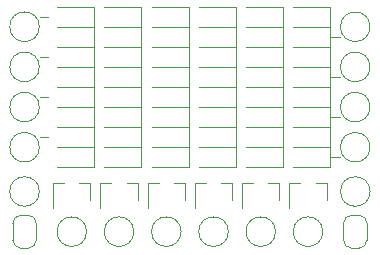
<source format=gto>
%TF.GenerationSoftware,KiCad,Pcbnew,(5.1.9)-1*%
%TF.CreationDate,2022-09-01T14:45:20+02:00*%
%TF.ProjectId,decode,6465636f-6465-42e6-9b69-6361645f7063,rev?*%
%TF.SameCoordinates,Original*%
%TF.FileFunction,Legend,Top*%
%TF.FilePolarity,Positive*%
%FSLAX46Y46*%
G04 Gerber Fmt 4.6, Leading zero omitted, Abs format (unit mm)*
G04 Created by KiCad (PCBNEW (5.1.9)-1) date 2022-09-01 14:45:20*
%MOMM*%
%LPD*%
G01*
G04 APERTURE LIST*
%ADD10C,0.120000*%
%ADD11R,1.300000X1.000000*%
%ADD12C,2.000000*%
%ADD13R,0.800000X0.900000*%
%ADD14C,0.100000*%
G04 APERTURE END LIST*
D10*
X158000000Y-64600000D02*
X157300000Y-64600000D01*
X158000000Y-61200000D02*
X157300000Y-61200000D01*
X158000000Y-57800000D02*
X157300000Y-57800000D01*
X181900000Y-66300000D02*
X182700000Y-66300000D01*
X181900000Y-62900000D02*
X182700000Y-62900000D01*
X181900000Y-59500000D02*
X182700000Y-59500000D01*
X158000000Y-54400000D02*
X157300000Y-54400000D01*
X181900000Y-56100000D02*
X182700000Y-56100000D01*
%TO.C,D57*%
X181900000Y-67150000D02*
X178750000Y-67150000D01*
X181900000Y-65450000D02*
X178750000Y-65450000D01*
X181900000Y-67150000D02*
X181900000Y-65450000D01*
%TO.C,D56*%
X181900000Y-65450000D02*
X178750000Y-65450000D01*
X181900000Y-63750000D02*
X178750000Y-63750000D01*
X181900000Y-65450000D02*
X181900000Y-63750000D01*
%TO.C,D55*%
X181900000Y-63750000D02*
X178750000Y-63750000D01*
X181900000Y-62050000D02*
X178750000Y-62050000D01*
X181900000Y-63750000D02*
X181900000Y-62050000D01*
%TO.C,D54*%
X181900000Y-62050000D02*
X178750000Y-62050000D01*
X181900000Y-60350000D02*
X178750000Y-60350000D01*
X181900000Y-62050000D02*
X181900000Y-60350000D01*
%TO.C,D53*%
X181900000Y-60350000D02*
X178750000Y-60350000D01*
X181900000Y-58650000D02*
X178750000Y-58650000D01*
X181900000Y-60350000D02*
X181900000Y-58650000D01*
%TO.C,D52*%
X181900000Y-58650000D02*
X178750000Y-58650000D01*
X181900000Y-56950000D02*
X178750000Y-56950000D01*
X181900000Y-58650000D02*
X181900000Y-56950000D01*
%TO.C,D51*%
X181900000Y-56950000D02*
X178750000Y-56950000D01*
X181900000Y-55250000D02*
X178750000Y-55250000D01*
X181900000Y-56950000D02*
X181900000Y-55250000D01*
%TO.C,D50*%
X181900000Y-55250000D02*
X178750000Y-55250000D01*
X181900000Y-53550000D02*
X178750000Y-53550000D01*
X181900000Y-55250000D02*
X181900000Y-53550000D01*
%TO.C,D47*%
X177900000Y-67150000D02*
X174750000Y-67150000D01*
X177900000Y-65450000D02*
X174750000Y-65450000D01*
X177900000Y-67150000D02*
X177900000Y-65450000D01*
%TO.C,D46*%
X177900000Y-65450000D02*
X174750000Y-65450000D01*
X177900000Y-63750000D02*
X174750000Y-63750000D01*
X177900000Y-65450000D02*
X177900000Y-63750000D01*
%TO.C,D45*%
X177900000Y-63750000D02*
X174750000Y-63750000D01*
X177900000Y-62050000D02*
X174750000Y-62050000D01*
X177900000Y-63750000D02*
X177900000Y-62050000D01*
%TO.C,D44*%
X177900000Y-62050000D02*
X174750000Y-62050000D01*
X177900000Y-60350000D02*
X174750000Y-60350000D01*
X177900000Y-62050000D02*
X177900000Y-60350000D01*
%TO.C,D43*%
X177900000Y-60350000D02*
X174750000Y-60350000D01*
X177900000Y-58650000D02*
X174750000Y-58650000D01*
X177900000Y-60350000D02*
X177900000Y-58650000D01*
%TO.C,D42*%
X177900000Y-58650000D02*
X174750000Y-58650000D01*
X177900000Y-56950000D02*
X174750000Y-56950000D01*
X177900000Y-58650000D02*
X177900000Y-56950000D01*
%TO.C,D41*%
X177900000Y-56950000D02*
X174750000Y-56950000D01*
X177900000Y-55250000D02*
X174750000Y-55250000D01*
X177900000Y-56950000D02*
X177900000Y-55250000D01*
%TO.C,D40*%
X177900000Y-55250000D02*
X174750000Y-55250000D01*
X177900000Y-53550000D02*
X174750000Y-53550000D01*
X177900000Y-55250000D02*
X177900000Y-53550000D01*
%TO.C,D37*%
X173900000Y-67150000D02*
X170750000Y-67150000D01*
X173900000Y-65450000D02*
X170750000Y-65450000D01*
X173900000Y-67150000D02*
X173900000Y-65450000D01*
%TO.C,D36*%
X173900000Y-65450000D02*
X170750000Y-65450000D01*
X173900000Y-63750000D02*
X170750000Y-63750000D01*
X173900000Y-65450000D02*
X173900000Y-63750000D01*
%TO.C,D35*%
X173900000Y-63750000D02*
X170750000Y-63750000D01*
X173900000Y-62050000D02*
X170750000Y-62050000D01*
X173900000Y-63750000D02*
X173900000Y-62050000D01*
%TO.C,D34*%
X173900000Y-62050000D02*
X170750000Y-62050000D01*
X173900000Y-60350000D02*
X170750000Y-60350000D01*
X173900000Y-62050000D02*
X173900000Y-60350000D01*
%TO.C,D33*%
X173900000Y-60350000D02*
X170750000Y-60350000D01*
X173900000Y-58650000D02*
X170750000Y-58650000D01*
X173900000Y-60350000D02*
X173900000Y-58650000D01*
%TO.C,D32*%
X173900000Y-58650000D02*
X170750000Y-58650000D01*
X173900000Y-56950000D02*
X170750000Y-56950000D01*
X173900000Y-58650000D02*
X173900000Y-56950000D01*
%TO.C,D31*%
X173900000Y-56950000D02*
X170750000Y-56950000D01*
X173900000Y-55250000D02*
X170750000Y-55250000D01*
X173900000Y-56950000D02*
X173900000Y-55250000D01*
%TO.C,D30*%
X173900000Y-55250000D02*
X170750000Y-55250000D01*
X173900000Y-53550000D02*
X170750000Y-53550000D01*
X173900000Y-55250000D02*
X173900000Y-53550000D01*
%TO.C,D27*%
X169900000Y-67150000D02*
X166750000Y-67150000D01*
X169900000Y-65450000D02*
X166750000Y-65450000D01*
X169900000Y-67150000D02*
X169900000Y-65450000D01*
%TO.C,D26*%
X169900000Y-65450000D02*
X166750000Y-65450000D01*
X169900000Y-63750000D02*
X166750000Y-63750000D01*
X169900000Y-65450000D02*
X169900000Y-63750000D01*
%TO.C,D25*%
X169900000Y-63750000D02*
X166750000Y-63750000D01*
X169900000Y-62050000D02*
X166750000Y-62050000D01*
X169900000Y-63750000D02*
X169900000Y-62050000D01*
%TO.C,D24*%
X169900000Y-62050000D02*
X166750000Y-62050000D01*
X169900000Y-60350000D02*
X166750000Y-60350000D01*
X169900000Y-62050000D02*
X169900000Y-60350000D01*
%TO.C,D23*%
X169900000Y-60350000D02*
X166750000Y-60350000D01*
X169900000Y-58650000D02*
X166750000Y-58650000D01*
X169900000Y-60350000D02*
X169900000Y-58650000D01*
%TO.C,D22*%
X169900000Y-58650000D02*
X166750000Y-58650000D01*
X169900000Y-56950000D02*
X166750000Y-56950000D01*
X169900000Y-58650000D02*
X169900000Y-56950000D01*
%TO.C,D21*%
X169900000Y-56950000D02*
X166750000Y-56950000D01*
X169900000Y-55250000D02*
X166750000Y-55250000D01*
X169900000Y-56950000D02*
X169900000Y-55250000D01*
%TO.C,D20*%
X169900000Y-55250000D02*
X166750000Y-55250000D01*
X169900000Y-53550000D02*
X166750000Y-53550000D01*
X169900000Y-55250000D02*
X169900000Y-53550000D01*
%TO.C,D17*%
X165900000Y-67150000D02*
X162750000Y-67150000D01*
X165900000Y-65450000D02*
X162750000Y-65450000D01*
X165900000Y-67150000D02*
X165900000Y-65450000D01*
%TO.C,D16*%
X165900000Y-65450000D02*
X162750000Y-65450000D01*
X165900000Y-63750000D02*
X162750000Y-63750000D01*
X165900000Y-65450000D02*
X165900000Y-63750000D01*
%TO.C,D15*%
X165900000Y-63750000D02*
X162750000Y-63750000D01*
X165900000Y-62050000D02*
X162750000Y-62050000D01*
X165900000Y-63750000D02*
X165900000Y-62050000D01*
%TO.C,D14*%
X165900000Y-62050000D02*
X162750000Y-62050000D01*
X165900000Y-60350000D02*
X162750000Y-60350000D01*
X165900000Y-62050000D02*
X165900000Y-60350000D01*
%TO.C,D13*%
X165900000Y-60350000D02*
X162750000Y-60350000D01*
X165900000Y-58650000D02*
X162750000Y-58650000D01*
X165900000Y-60350000D02*
X165900000Y-58650000D01*
%TO.C,D12*%
X165900000Y-58650000D02*
X162750000Y-58650000D01*
X165900000Y-56950000D02*
X162750000Y-56950000D01*
X165900000Y-58650000D02*
X165900000Y-56950000D01*
%TO.C,D11*%
X165900000Y-56950000D02*
X162750000Y-56950000D01*
X165900000Y-55250000D02*
X162750000Y-55250000D01*
X165900000Y-56950000D02*
X165900000Y-55250000D01*
%TO.C,D10*%
X165900000Y-55250000D02*
X162750000Y-55250000D01*
X165900000Y-53550000D02*
X162750000Y-53550000D01*
X165900000Y-55250000D02*
X165900000Y-53550000D01*
%TO.C,D7*%
X161900000Y-67150000D02*
X158750000Y-67150000D01*
X161900000Y-65450000D02*
X158750000Y-65450000D01*
X161900000Y-67150000D02*
X161900000Y-65450000D01*
%TO.C,D6*%
X161900000Y-65450000D02*
X158750000Y-65450000D01*
X161900000Y-63750000D02*
X158750000Y-63750000D01*
X161900000Y-65450000D02*
X161900000Y-63750000D01*
%TO.C,D5*%
X161900000Y-63750000D02*
X158750000Y-63750000D01*
X161900000Y-62050000D02*
X158750000Y-62050000D01*
X161900000Y-63750000D02*
X161900000Y-62050000D01*
%TO.C,D4*%
X161900000Y-62050000D02*
X158750000Y-62050000D01*
X161900000Y-60350000D02*
X158750000Y-60350000D01*
X161900000Y-62050000D02*
X161900000Y-60350000D01*
%TO.C,D3*%
X161900000Y-60350000D02*
X158750000Y-60350000D01*
X161900000Y-58650000D02*
X158750000Y-58650000D01*
X161900000Y-60350000D02*
X161900000Y-58650000D01*
%TO.C,D2*%
X161900000Y-58650000D02*
X158750000Y-58650000D01*
X161900000Y-56950000D02*
X158750000Y-56950000D01*
X161900000Y-58650000D02*
X161900000Y-56950000D01*
%TO.C,D1*%
X161900000Y-56950000D02*
X158750000Y-56950000D01*
X161900000Y-55250000D02*
X158750000Y-55250000D01*
X161900000Y-56950000D02*
X161900000Y-55250000D01*
%TO.C,D0*%
X161900000Y-55250000D02*
X158750000Y-55250000D01*
X161900000Y-53550000D02*
X158750000Y-53550000D01*
X161900000Y-55250000D02*
X161900000Y-53550000D01*
%TO.C,TP16*%
X185251000Y-69200000D02*
G75*
G03*
X185251000Y-69200000I-1251000J0D01*
G01*
%TO.C,TP14*%
X157251000Y-69200000D02*
G75*
G03*
X157251000Y-69200000I-1251000J0D01*
G01*
%TO.C,TP13*%
X181251000Y-72600000D02*
G75*
G03*
X181251000Y-72600000I-1251000J0D01*
G01*
%TO.C,TP12*%
X177251000Y-72600000D02*
G75*
G03*
X177251000Y-72600000I-1251000J0D01*
G01*
%TO.C,TP11*%
X173251000Y-72600000D02*
G75*
G03*
X173251000Y-72600000I-1251000J0D01*
G01*
%TO.C,TP10*%
X169251000Y-72600000D02*
G75*
G03*
X169251000Y-72600000I-1251000J0D01*
G01*
%TO.C,TP9*%
X165251000Y-72600000D02*
G75*
G03*
X165251000Y-72600000I-1251000J0D01*
G01*
%TO.C,TP8*%
X161251000Y-72600000D02*
G75*
G03*
X161251000Y-72600000I-1251000J0D01*
G01*
%TO.C,TP7*%
X185251000Y-65450000D02*
G75*
G03*
X185251000Y-65450000I-1251000J0D01*
G01*
%TO.C,TP6*%
X157251000Y-65450000D02*
G75*
G03*
X157251000Y-65450000I-1251000J0D01*
G01*
%TO.C,TP5*%
X185251000Y-62050000D02*
G75*
G03*
X185251000Y-62050000I-1251000J0D01*
G01*
%TO.C,TP4*%
X157251000Y-62050000D02*
G75*
G03*
X157251000Y-62050000I-1251000J0D01*
G01*
%TO.C,TP3*%
X185251000Y-58650000D02*
G75*
G03*
X185251000Y-58650000I-1251000J0D01*
G01*
%TO.C,TP2*%
X157251000Y-58650000D02*
G75*
G03*
X157251000Y-58650000I-1251000J0D01*
G01*
%TO.C,TP1*%
X185251000Y-55250000D02*
G75*
G03*
X185251000Y-55250000I-1251000J0D01*
G01*
%TO.C,TP0*%
X157251000Y-55250000D02*
G75*
G03*
X157251000Y-55250000I-1251000J0D01*
G01*
%TO.C,Q5*%
X181580000Y-68440000D02*
X180650000Y-68440000D01*
X178420000Y-68440000D02*
X179350000Y-68440000D01*
X178420000Y-68440000D02*
X178420000Y-70600000D01*
X181580000Y-68440000D02*
X181580000Y-69900000D01*
%TO.C,Q4*%
X177580000Y-68440000D02*
X176650000Y-68440000D01*
X174420000Y-68440000D02*
X175350000Y-68440000D01*
X174420000Y-68440000D02*
X174420000Y-70600000D01*
X177580000Y-68440000D02*
X177580000Y-69900000D01*
%TO.C,Q3*%
X173580000Y-68440000D02*
X172650000Y-68440000D01*
X170420000Y-68440000D02*
X171350000Y-68440000D01*
X170420000Y-68440000D02*
X170420000Y-70600000D01*
X173580000Y-68440000D02*
X173580000Y-69900000D01*
%TO.C,Q2*%
X169580000Y-68440000D02*
X168650000Y-68440000D01*
X166420000Y-68440000D02*
X167350000Y-68440000D01*
X166420000Y-68440000D02*
X166420000Y-70600000D01*
X169580000Y-68440000D02*
X169580000Y-69900000D01*
%TO.C,Q1*%
X165580000Y-68440000D02*
X164650000Y-68440000D01*
X162420000Y-68440000D02*
X163350000Y-68440000D01*
X162420000Y-68440000D02*
X162420000Y-70600000D01*
X165580000Y-68440000D02*
X165580000Y-69900000D01*
%TO.C,Q0*%
X161580000Y-68440000D02*
X160650000Y-68440000D01*
X158420000Y-68440000D02*
X159350000Y-68440000D01*
X158420000Y-68440000D02*
X158420000Y-70600000D01*
X161580000Y-68440000D02*
X161580000Y-69900000D01*
%TO.C,JP1*%
X184300000Y-71200000D02*
G75*
G02*
X185000000Y-71900000I0J-700000D01*
G01*
X183000000Y-71900000D02*
G75*
G02*
X183700000Y-71200000I700000J0D01*
G01*
X183700000Y-74000000D02*
G75*
G02*
X183000000Y-73300000I0J700000D01*
G01*
X185000000Y-73300000D02*
G75*
G02*
X184300000Y-74000000I-700000J0D01*
G01*
X183700000Y-71200000D02*
X184300000Y-71200000D01*
X183000000Y-73300000D02*
X183000000Y-71900000D01*
X184300000Y-74000000D02*
X183700000Y-74000000D01*
X185000000Y-71900000D02*
X185000000Y-73300000D01*
%TO.C,JP0*%
X155700000Y-74000000D02*
G75*
G02*
X155000000Y-73300000I0J700000D01*
G01*
X157000000Y-73300000D02*
G75*
G02*
X156300000Y-74000000I-700000J0D01*
G01*
X156300000Y-71200000D02*
G75*
G02*
X157000000Y-71900000I0J-700000D01*
G01*
X155000000Y-71900000D02*
G75*
G02*
X155700000Y-71200000I700000J0D01*
G01*
X156300000Y-74000000D02*
X155700000Y-74000000D01*
X157000000Y-71900000D02*
X157000000Y-73300000D01*
X155700000Y-71200000D02*
X156300000Y-71200000D01*
X155000000Y-73300000D02*
X155000000Y-71900000D01*
%TD*%
%LPC*%
D11*
%TO.C,D57*%
X178900000Y-66300000D03*
X181100000Y-66300000D03*
%TD*%
%TO.C,D56*%
X178900000Y-64600000D03*
X181100000Y-64600000D03*
%TD*%
%TO.C,D55*%
X178900000Y-62900000D03*
X181100000Y-62900000D03*
%TD*%
%TO.C,D54*%
X178900000Y-61200000D03*
X181100000Y-61200000D03*
%TD*%
%TO.C,D53*%
X178900000Y-59500000D03*
X181100000Y-59500000D03*
%TD*%
%TO.C,D52*%
X178900000Y-57800000D03*
X181100000Y-57800000D03*
%TD*%
%TO.C,D51*%
X178900000Y-56100000D03*
X181100000Y-56100000D03*
%TD*%
%TO.C,D50*%
X178900000Y-54400000D03*
X181100000Y-54400000D03*
%TD*%
%TO.C,D47*%
X174900000Y-66300000D03*
X177100000Y-66300000D03*
%TD*%
%TO.C,D46*%
X174900000Y-64600000D03*
X177100000Y-64600000D03*
%TD*%
%TO.C,D45*%
X174900000Y-62900000D03*
X177100000Y-62900000D03*
%TD*%
%TO.C,D44*%
X174900000Y-61200000D03*
X177100000Y-61200000D03*
%TD*%
%TO.C,D43*%
X174900000Y-59500000D03*
X177100000Y-59500000D03*
%TD*%
%TO.C,D42*%
X174900000Y-57800000D03*
X177100000Y-57800000D03*
%TD*%
%TO.C,D41*%
X174900000Y-56100000D03*
X177100000Y-56100000D03*
%TD*%
%TO.C,D40*%
X174900000Y-54400000D03*
X177100000Y-54400000D03*
%TD*%
%TO.C,D37*%
X170900000Y-66300000D03*
X173100000Y-66300000D03*
%TD*%
%TO.C,D36*%
X170900000Y-64600000D03*
X173100000Y-64600000D03*
%TD*%
%TO.C,D35*%
X170900000Y-62900000D03*
X173100000Y-62900000D03*
%TD*%
%TO.C,D34*%
X170900000Y-61200000D03*
X173100000Y-61200000D03*
%TD*%
%TO.C,D33*%
X170900000Y-59500000D03*
X173100000Y-59500000D03*
%TD*%
%TO.C,D32*%
X170900000Y-57800000D03*
X173100000Y-57800000D03*
%TD*%
%TO.C,D31*%
X170900000Y-56100000D03*
X173100000Y-56100000D03*
%TD*%
%TO.C,D30*%
X170900000Y-54400000D03*
X173100000Y-54400000D03*
%TD*%
%TO.C,D27*%
X166900000Y-66300000D03*
X169100000Y-66300000D03*
%TD*%
%TO.C,D26*%
X166900000Y-64600000D03*
X169100000Y-64600000D03*
%TD*%
%TO.C,D25*%
X166900000Y-62900000D03*
X169100000Y-62900000D03*
%TD*%
%TO.C,D24*%
X166900000Y-61200000D03*
X169100000Y-61200000D03*
%TD*%
%TO.C,D23*%
X166900000Y-59500000D03*
X169100000Y-59500000D03*
%TD*%
%TO.C,D22*%
X166900000Y-57800000D03*
X169100000Y-57800000D03*
%TD*%
%TO.C,D21*%
X166900000Y-56100000D03*
X169100000Y-56100000D03*
%TD*%
%TO.C,D20*%
X166900000Y-54400000D03*
X169100000Y-54400000D03*
%TD*%
%TO.C,D17*%
X162900000Y-66300000D03*
X165100000Y-66300000D03*
%TD*%
%TO.C,D16*%
X162900000Y-64600000D03*
X165100000Y-64600000D03*
%TD*%
%TO.C,D15*%
X162900000Y-62900000D03*
X165100000Y-62900000D03*
%TD*%
%TO.C,D14*%
X162900000Y-61200000D03*
X165100000Y-61200000D03*
%TD*%
%TO.C,D13*%
X162900000Y-59500000D03*
X165100000Y-59500000D03*
%TD*%
%TO.C,D12*%
X162900000Y-57800000D03*
X165100000Y-57800000D03*
%TD*%
%TO.C,D11*%
X162900000Y-56100000D03*
X165100000Y-56100000D03*
%TD*%
%TO.C,D10*%
X162900000Y-54400000D03*
X165100000Y-54400000D03*
%TD*%
%TO.C,D7*%
X158900000Y-66300000D03*
X161100000Y-66300000D03*
%TD*%
%TO.C,D6*%
X158900000Y-64600000D03*
X161100000Y-64600000D03*
%TD*%
%TO.C,D5*%
X158900000Y-62900000D03*
X161100000Y-62900000D03*
%TD*%
%TO.C,D4*%
X158900000Y-61200000D03*
X161100000Y-61200000D03*
%TD*%
%TO.C,D3*%
X158900000Y-59500000D03*
X161100000Y-59500000D03*
%TD*%
%TO.C,D2*%
X158900000Y-57800000D03*
X161100000Y-57800000D03*
%TD*%
%TO.C,D1*%
X158900000Y-56100000D03*
X161100000Y-56100000D03*
%TD*%
%TO.C,D0*%
X158900000Y-54400000D03*
X161100000Y-54400000D03*
%TD*%
D12*
%TO.C,TP16*%
X184000000Y-69200000D03*
%TD*%
%TO.C,TP14*%
X156000000Y-69200000D03*
%TD*%
%TO.C,TP13*%
X180000000Y-72600000D03*
%TD*%
%TO.C,TP12*%
X176000000Y-72600000D03*
%TD*%
%TO.C,TP11*%
X172000000Y-72600000D03*
%TD*%
%TO.C,TP10*%
X168000000Y-72600000D03*
%TD*%
%TO.C,TP9*%
X164000000Y-72600000D03*
%TD*%
%TO.C,TP8*%
X160000000Y-72600000D03*
%TD*%
%TO.C,TP7*%
X184000000Y-65450000D03*
%TD*%
%TO.C,TP6*%
X156000000Y-65450000D03*
%TD*%
%TO.C,TP5*%
X184000000Y-62050000D03*
%TD*%
%TO.C,TP4*%
X156000000Y-62050000D03*
%TD*%
%TO.C,TP3*%
X184000000Y-58650000D03*
%TD*%
%TO.C,TP2*%
X156000000Y-58650000D03*
%TD*%
%TO.C,TP1*%
X184000000Y-55250000D03*
%TD*%
%TO.C,TP0*%
X156000000Y-55250000D03*
%TD*%
D13*
%TO.C,Q5*%
X180000000Y-68200000D03*
X180950000Y-70200000D03*
X179050000Y-70200000D03*
%TD*%
%TO.C,Q4*%
X176000000Y-68200000D03*
X176950000Y-70200000D03*
X175050000Y-70200000D03*
%TD*%
%TO.C,Q3*%
X172000000Y-68200000D03*
X172950000Y-70200000D03*
X171050000Y-70200000D03*
%TD*%
%TO.C,Q2*%
X168000000Y-68200000D03*
X168950000Y-70200000D03*
X167050000Y-70200000D03*
%TD*%
%TO.C,Q1*%
X164000000Y-68200000D03*
X164950000Y-70200000D03*
X163050000Y-70200000D03*
%TD*%
%TO.C,Q0*%
X160000000Y-68200000D03*
X160950000Y-70200000D03*
X159050000Y-70200000D03*
%TD*%
D14*
%TO.C,JP1*%
G36*
X183250000Y-72450000D02*
G01*
X183250000Y-71950000D01*
X183250602Y-71950000D01*
X183250602Y-71925466D01*
X183255412Y-71876635D01*
X183264984Y-71828510D01*
X183279228Y-71781555D01*
X183298005Y-71736222D01*
X183321136Y-71692949D01*
X183348396Y-71652150D01*
X183379524Y-71614221D01*
X183414221Y-71579524D01*
X183452150Y-71548396D01*
X183492949Y-71521136D01*
X183536222Y-71498005D01*
X183581555Y-71479228D01*
X183628510Y-71464984D01*
X183676635Y-71455412D01*
X183725466Y-71450602D01*
X183750000Y-71450602D01*
X183750000Y-71450000D01*
X184250000Y-71450000D01*
X184250000Y-71450602D01*
X184274534Y-71450602D01*
X184323365Y-71455412D01*
X184371490Y-71464984D01*
X184418445Y-71479228D01*
X184463778Y-71498005D01*
X184507051Y-71521136D01*
X184547850Y-71548396D01*
X184585779Y-71579524D01*
X184620476Y-71614221D01*
X184651604Y-71652150D01*
X184678864Y-71692949D01*
X184701995Y-71736222D01*
X184720772Y-71781555D01*
X184735016Y-71828510D01*
X184744588Y-71876635D01*
X184749398Y-71925466D01*
X184749398Y-71950000D01*
X184750000Y-71950000D01*
X184750000Y-72450000D01*
X183250000Y-72450000D01*
G37*
G36*
X184749398Y-73250000D02*
G01*
X184749398Y-73274534D01*
X184744588Y-73323365D01*
X184735016Y-73371490D01*
X184720772Y-73418445D01*
X184701995Y-73463778D01*
X184678864Y-73507051D01*
X184651604Y-73547850D01*
X184620476Y-73585779D01*
X184585779Y-73620476D01*
X184547850Y-73651604D01*
X184507051Y-73678864D01*
X184463778Y-73701995D01*
X184418445Y-73720772D01*
X184371490Y-73735016D01*
X184323365Y-73744588D01*
X184274534Y-73749398D01*
X184250000Y-73749398D01*
X184250000Y-73750000D01*
X183750000Y-73750000D01*
X183750000Y-73749398D01*
X183725466Y-73749398D01*
X183676635Y-73744588D01*
X183628510Y-73735016D01*
X183581555Y-73720772D01*
X183536222Y-73701995D01*
X183492949Y-73678864D01*
X183452150Y-73651604D01*
X183414221Y-73620476D01*
X183379524Y-73585779D01*
X183348396Y-73547850D01*
X183321136Y-73507051D01*
X183298005Y-73463778D01*
X183279228Y-73418445D01*
X183264984Y-73371490D01*
X183255412Y-73323365D01*
X183250602Y-73274534D01*
X183250602Y-73250000D01*
X183250000Y-73250000D01*
X183250000Y-72750000D01*
X184750000Y-72750000D01*
X184750000Y-73250000D01*
X184749398Y-73250000D01*
G37*
%TD*%
%TO.C,JP0*%
G36*
X156750000Y-72750000D02*
G01*
X156750000Y-73250000D01*
X156749398Y-73250000D01*
X156749398Y-73274534D01*
X156744588Y-73323365D01*
X156735016Y-73371490D01*
X156720772Y-73418445D01*
X156701995Y-73463778D01*
X156678864Y-73507051D01*
X156651604Y-73547850D01*
X156620476Y-73585779D01*
X156585779Y-73620476D01*
X156547850Y-73651604D01*
X156507051Y-73678864D01*
X156463778Y-73701995D01*
X156418445Y-73720772D01*
X156371490Y-73735016D01*
X156323365Y-73744588D01*
X156274534Y-73749398D01*
X156250000Y-73749398D01*
X156250000Y-73750000D01*
X155750000Y-73750000D01*
X155750000Y-73749398D01*
X155725466Y-73749398D01*
X155676635Y-73744588D01*
X155628510Y-73735016D01*
X155581555Y-73720772D01*
X155536222Y-73701995D01*
X155492949Y-73678864D01*
X155452150Y-73651604D01*
X155414221Y-73620476D01*
X155379524Y-73585779D01*
X155348396Y-73547850D01*
X155321136Y-73507051D01*
X155298005Y-73463778D01*
X155279228Y-73418445D01*
X155264984Y-73371490D01*
X155255412Y-73323365D01*
X155250602Y-73274534D01*
X155250602Y-73250000D01*
X155250000Y-73250000D01*
X155250000Y-72750000D01*
X156750000Y-72750000D01*
G37*
G36*
X155250602Y-71950000D02*
G01*
X155250602Y-71925466D01*
X155255412Y-71876635D01*
X155264984Y-71828510D01*
X155279228Y-71781555D01*
X155298005Y-71736222D01*
X155321136Y-71692949D01*
X155348396Y-71652150D01*
X155379524Y-71614221D01*
X155414221Y-71579524D01*
X155452150Y-71548396D01*
X155492949Y-71521136D01*
X155536222Y-71498005D01*
X155581555Y-71479228D01*
X155628510Y-71464984D01*
X155676635Y-71455412D01*
X155725466Y-71450602D01*
X155750000Y-71450602D01*
X155750000Y-71450000D01*
X156250000Y-71450000D01*
X156250000Y-71450602D01*
X156274534Y-71450602D01*
X156323365Y-71455412D01*
X156371490Y-71464984D01*
X156418445Y-71479228D01*
X156463778Y-71498005D01*
X156507051Y-71521136D01*
X156547850Y-71548396D01*
X156585779Y-71579524D01*
X156620476Y-71614221D01*
X156651604Y-71652150D01*
X156678864Y-71692949D01*
X156701995Y-71736222D01*
X156720772Y-71781555D01*
X156735016Y-71828510D01*
X156744588Y-71876635D01*
X156749398Y-71925466D01*
X156749398Y-71950000D01*
X156750000Y-71950000D01*
X156750000Y-72450000D01*
X155250000Y-72450000D01*
X155250000Y-71950000D01*
X155250602Y-71950000D01*
G37*
%TD*%
M02*

</source>
